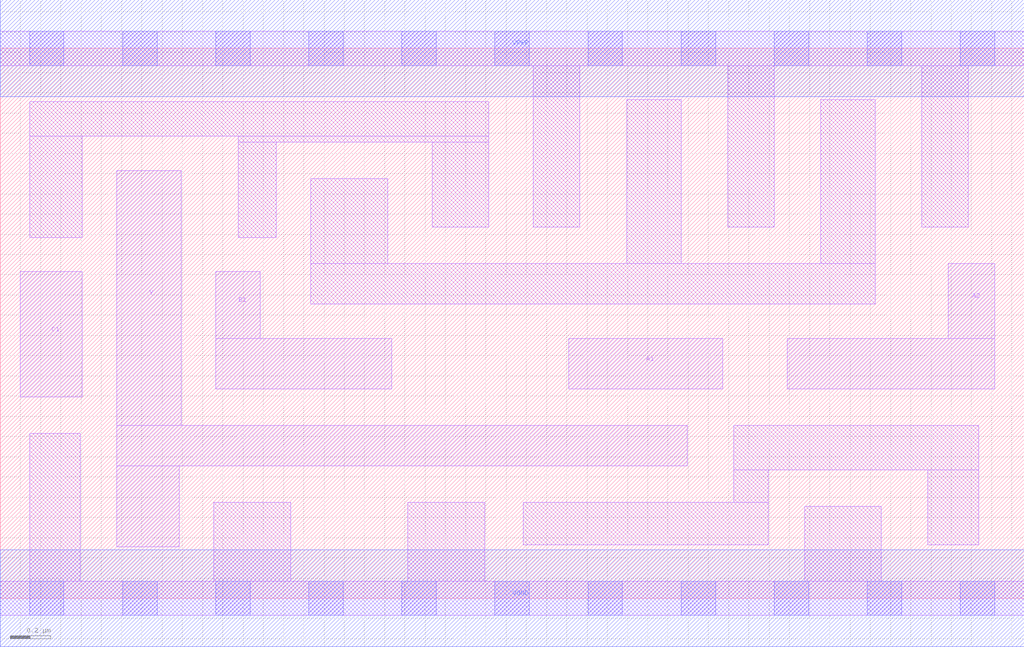
<source format=lef>
# Copyright 2020 The SkyWater PDK Authors
#
# Licensed under the Apache License, Version 2.0 (the "License");
# you may not use this file except in compliance with the License.
# You may obtain a copy of the License at
#
#     https://www.apache.org/licenses/LICENSE-2.0
#
# Unless required by applicable law or agreed to in writing, software
# distributed under the License is distributed on an "AS IS" BASIS,
# WITHOUT WARRANTIES OR CONDITIONS OF ANY KIND, either express or implied.
# See the License for the specific language governing permissions and
# limitations under the License.
#
# SPDX-License-Identifier: Apache-2.0

VERSION 5.7 ;
  NAMESCASESENSITIVE ON ;
  NOWIREEXTENSIONATPIN ON ;
  DIVIDERCHAR "/" ;
  BUSBITCHARS "[]" ;
UNITS
  DATABASE MICRONS 200 ;
END UNITS
PROPERTYDEFINITIONS
  MACRO maskLayoutSubType STRING ;
  MACRO prCellType STRING ;
  MACRO originalViewName STRING ;
END PROPERTYDEFINITIONS
MACRO sky130_fd_sc_hdll__a211oi_2
  CLASS CORE ;
  FOREIGN sky130_fd_sc_hdll__a211oi_2 ;
  ORIGIN  0.000000  0.000000 ;
  SIZE  5.060000 BY  2.720000 ;
  SYMMETRY X Y R90 ;
  SITE unithd ;
  PIN A1
    ANTENNAGATEAREA  0.555000 ;
    DIRECTION INPUT ;
    USE SIGNAL ;
    PORT
      LAYER li1 ;
        RECT 2.810000 1.035000 3.570000 1.285000 ;
    END
  END A1
  PIN A2
    ANTENNAGATEAREA  0.555000 ;
    DIRECTION INPUT ;
    USE SIGNAL ;
    PORT
      LAYER li1 ;
        RECT 3.890000 1.035000 4.915000 1.285000 ;
        RECT 4.685000 1.285000 4.915000 1.655000 ;
    END
  END A2
  PIN B1
    ANTENNAGATEAREA  0.555000 ;
    DIRECTION INPUT ;
    USE SIGNAL ;
    PORT
      LAYER li1 ;
        RECT 1.065000 1.035000 1.935000 1.285000 ;
        RECT 1.065000 1.285000 1.285000 1.615000 ;
    END
  END B1
  PIN C1
    ANTENNAGATEAREA  0.555000 ;
    DIRECTION INPUT ;
    USE SIGNAL ;
    PORT
      LAYER li1 ;
        RECT 0.100000 0.995000 0.405000 1.615000 ;
    END
  END C1
  PIN VGND
    ANTENNADIFFAREA  0.806000 ;
    DIRECTION INOUT ;
    USE SIGNAL ;
    PORT
      LAYER met1 ;
        RECT 0.000000 -0.240000 5.060000 0.240000 ;
    END
  END VGND
  PIN VPWR
    ANTENNADIFFAREA  0.850000 ;
    DIRECTION INOUT ;
    USE SIGNAL ;
    PORT
      LAYER met1 ;
        RECT 0.000000 2.480000 5.060000 2.960000 ;
    END
  END VPWR
  PIN Y
    ANTENNADIFFAREA  1.008500 ;
    DIRECTION OUTPUT ;
    USE SIGNAL ;
    PORT
      LAYER li1 ;
        RECT 0.575000 0.255000 0.885000 0.655000 ;
        RECT 0.575000 0.655000 3.395000 0.855000 ;
        RECT 0.575000 0.855000 0.895000 2.115000 ;
    END
  END Y
  OBS
    LAYER li1 ;
      RECT 0.000000 -0.085000 5.060000 0.085000 ;
      RECT 0.000000  2.635000 5.060000 2.805000 ;
      RECT 0.145000  0.085000 0.395000 0.815000 ;
      RECT 0.145000  1.785000 0.405000 2.285000 ;
      RECT 0.145000  2.285000 2.415000 2.455000 ;
      RECT 1.055000  0.085000 1.435000 0.475000 ;
      RECT 1.175000  1.785000 1.365000 2.255000 ;
      RECT 1.175000  2.255000 2.415000 2.285000 ;
      RECT 1.535000  1.455000 4.325000 1.655000 ;
      RECT 1.535000  1.655000 1.915000 2.075000 ;
      RECT 2.015000  0.085000 2.395000 0.475000 ;
      RECT 2.135000  1.835000 2.415000 2.255000 ;
      RECT 2.585000  0.265000 3.795000 0.475000 ;
      RECT 2.635000  1.835000 2.865000 2.635000 ;
      RECT 3.095000  1.655000 3.365000 2.465000 ;
      RECT 3.595000  1.835000 3.825000 2.635000 ;
      RECT 3.625000  0.475000 3.795000 0.635000 ;
      RECT 3.625000  0.635000 4.835000 0.855000 ;
      RECT 3.975000  0.085000 4.355000 0.455000 ;
      RECT 4.055000  1.655000 4.325000 2.465000 ;
      RECT 4.555000  1.835000 4.785000 2.635000 ;
      RECT 4.585000  0.265000 4.835000 0.635000 ;
    LAYER mcon ;
      RECT 0.145000 -0.085000 0.315000 0.085000 ;
      RECT 0.145000  2.635000 0.315000 2.805000 ;
      RECT 0.605000 -0.085000 0.775000 0.085000 ;
      RECT 0.605000  2.635000 0.775000 2.805000 ;
      RECT 1.065000 -0.085000 1.235000 0.085000 ;
      RECT 1.065000  2.635000 1.235000 2.805000 ;
      RECT 1.525000 -0.085000 1.695000 0.085000 ;
      RECT 1.525000  2.635000 1.695000 2.805000 ;
      RECT 1.985000 -0.085000 2.155000 0.085000 ;
      RECT 1.985000  2.635000 2.155000 2.805000 ;
      RECT 2.445000 -0.085000 2.615000 0.085000 ;
      RECT 2.445000  2.635000 2.615000 2.805000 ;
      RECT 2.905000 -0.085000 3.075000 0.085000 ;
      RECT 2.905000  2.635000 3.075000 2.805000 ;
      RECT 3.365000 -0.085000 3.535000 0.085000 ;
      RECT 3.365000  2.635000 3.535000 2.805000 ;
      RECT 3.825000 -0.085000 3.995000 0.085000 ;
      RECT 3.825000  2.635000 3.995000 2.805000 ;
      RECT 4.285000 -0.085000 4.455000 0.085000 ;
      RECT 4.285000  2.635000 4.455000 2.805000 ;
      RECT 4.745000 -0.085000 4.915000 0.085000 ;
      RECT 4.745000  2.635000 4.915000 2.805000 ;
  END
  PROPERTY maskLayoutSubType "abstract" ;
  PROPERTY prCellType "standard" ;
  PROPERTY originalViewName "layout" ;
END sky130_fd_sc_hdll__a211oi_2
END LIBRARY

</source>
